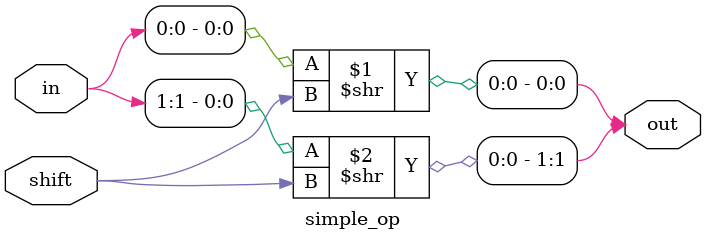
<source format=v>
module simple_op ( input shift,
				input [1:0] in,
                                output [1:0] out );

    assign out[0] = in[0] >> shift;
    assign out[1] = in[1] >> shift;

endmodule

</source>
